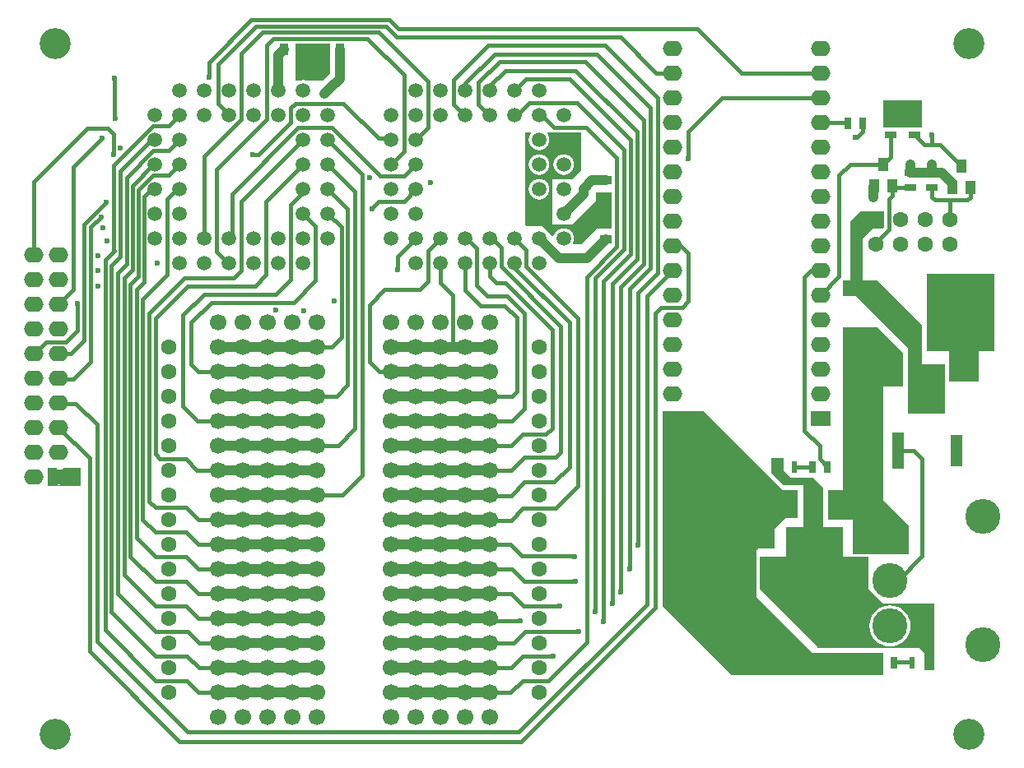
<source format=gtl>
G04*
G04 #@! TF.GenerationSoftware,Altium Limited,Altium Designer,18.1.9 (240)*
G04*
G04 Layer_Physical_Order=1*
G04 Layer_Color=255*
%FSLAX44Y44*%
%MOMM*%
G71*
G01*
G75*
%ADD14R,1.0000X1.4000*%
%ADD15R,0.5000X1.2000*%
%ADD16R,1.3000X0.7000*%
%ADD17R,0.7000X1.3000*%
%ADD18R,7.0000X8.0000*%
%ADD19R,3.5000X1.6000*%
%ADD20R,0.9000X1.3000*%
%ADD21R,1.3000X0.9000*%
%ADD22R,0.9500X2.6000*%
%ADD23R,5.5000X7.1000*%
%ADD42C,1.7000*%
%ADD44C,1.0000*%
%ADD45C,0.4000*%
%ADD46C,0.5000*%
%ADD47C,0.8000*%
%ADD48C,1.6000*%
%ADD49R,3.2000X1.3000*%
%ADD50R,1.3000X3.2000*%
%ADD51R,1.3000X3.7000*%
%ADD52R,2.0000X1.6000*%
%ADD53O,2.0000X1.6000*%
%ADD54C,3.6000*%
%ADD55C,1.5000*%
%ADD56C,3.2000*%
%ADD57C,0.6000*%
G36*
X321310Y718820D02*
X313690Y711200D01*
X296222D01*
X296111Y711246D01*
X293370Y711607D01*
X290629Y711246D01*
X290518Y711200D01*
X285750D01*
Y749282D01*
X321310D01*
Y718820D01*
D02*
G37*
G36*
X929640Y662940D02*
X890270D01*
Y690880D01*
X929640D01*
Y662940D01*
D02*
G37*
G36*
X551180Y657842D02*
X579120D01*
Y618490D01*
X570230Y609600D01*
X562681D01*
X561340Y609776D01*
X560000Y609600D01*
X549910D01*
Y562610D01*
X570230Y562610D01*
X594360Y586740D01*
X594360Y595630D01*
X610852Y595630D01*
Y558800D01*
X595630D01*
X579120Y542290D01*
X571371Y542290D01*
X570706Y543560D01*
X571570Y545645D01*
X571931Y548386D01*
X571570Y551127D01*
X570512Y553681D01*
X568829Y555875D01*
X566636Y557558D01*
X564081Y558616D01*
X561340Y558977D01*
X558599Y558616D01*
X556045Y557558D01*
X553852Y555875D01*
X552169Y553681D01*
X551301Y551586D01*
X549937Y551153D01*
X539750Y561340D01*
X522868Y561340D01*
X521970Y562238D01*
Y657860D01*
X527146D01*
X527773Y656590D01*
X526768Y655281D01*
X525710Y652727D01*
X525350Y649986D01*
X525710Y647245D01*
X526768Y644691D01*
X528452Y642497D01*
X530645Y640814D01*
X533199Y639756D01*
X535940Y639395D01*
X538681Y639756D01*
X541236Y640814D01*
X543429Y642497D01*
X545112Y644691D01*
X546170Y647245D01*
X546531Y649986D01*
X546170Y652727D01*
X545112Y655281D01*
X544108Y656590D01*
X544734Y657860D01*
X551090Y657860D01*
X551180Y657842D01*
D02*
G37*
G36*
X890952Y560752D02*
X889000Y558800D01*
X878840Y558800D01*
X868680Y548640D01*
Y505460D01*
X883920Y505460D01*
X929640Y459740D01*
Y419100D01*
X953770D01*
Y368300D01*
X915670D01*
Y435610D01*
X862330Y488950D01*
X848360D01*
Y505460D01*
X855980D01*
Y566420D01*
X866140Y576580D01*
X890952D01*
Y560752D01*
D02*
G37*
G36*
X988060Y401320D02*
X957580D01*
Y434340D01*
X988060D01*
Y401320D01*
D02*
G37*
G36*
X64770Y293370D02*
X30480D01*
Y312420D01*
X39551D01*
X39804Y311150D01*
X38891Y310772D01*
X37220Y309490D01*
X36204Y308474D01*
X34922Y306803D01*
X34116Y304856D01*
X33841Y302768D01*
X34116Y300680D01*
X34922Y298734D01*
X36204Y297062D01*
X37875Y295780D01*
X39822Y294974D01*
X41910Y294699D01*
X43998Y294974D01*
X44069Y295003D01*
X45776Y295228D01*
X47723Y296034D01*
X49394Y297316D01*
X50676Y298988D01*
X51482Y300934D01*
X51757Y303022D01*
X51482Y305110D01*
X50676Y307057D01*
X49394Y308728D01*
X48632Y309489D01*
X48632Y309490D01*
X46961Y310772D01*
X46048Y311150D01*
X46301Y312420D01*
X64770D01*
Y293370D01*
D02*
G37*
G36*
X787400Y322580D02*
X787400Y309880D01*
X795020Y302260D01*
X817880Y302260D01*
X828040Y292100D01*
Y251460D01*
X848360D01*
Y220980D01*
X856969Y220980D01*
X857349Y220726D01*
X858520Y220493D01*
X874824D01*
X874824Y187443D01*
X889547Y172720D01*
X942340D01*
Y104140D01*
X932180D01*
Y121920D01*
X927100Y127000D01*
X822960D01*
X762519Y187441D01*
X762519Y220980D01*
X789940D01*
Y251460D01*
X807720Y251460D01*
Y294640D01*
X787400Y294640D01*
X774700Y307340D01*
Y322580D01*
X787400Y322580D01*
D02*
G37*
G36*
X910590Y430530D02*
Y396240D01*
X889508D01*
Y278892D01*
X916178Y252222D01*
Y223520D01*
X875132D01*
Y223552D01*
X858520D01*
Y259080D01*
X833120D01*
Y289560D01*
X848360D01*
Y457200D01*
X883920D01*
X910590Y430530D01*
D02*
G37*
G36*
X786384Y289560D02*
X801624D01*
Y260604D01*
X789178D01*
X778002Y249428D01*
X778002Y229108D01*
X761492Y229108D01*
X759460Y227076D01*
X759460Y179324D01*
X816864Y121920D01*
X890270D01*
Y99060D01*
X734060Y99060D01*
X662940Y170180D01*
X662940Y370840D01*
X705104D01*
X786384Y289560D01*
D02*
G37*
%LPC*%
G36*
X561340Y635177D02*
X558599Y634816D01*
X556045Y633758D01*
X553852Y632075D01*
X552169Y629881D01*
X551110Y627327D01*
X550750Y624586D01*
X551110Y621845D01*
X552169Y619291D01*
X553852Y617097D01*
X556045Y615414D01*
X558599Y614356D01*
X561340Y613995D01*
X564081Y614356D01*
X566636Y615414D01*
X568829Y617097D01*
X570512Y619291D01*
X571570Y621845D01*
X571931Y624586D01*
X571570Y627327D01*
X570512Y629881D01*
X568829Y632075D01*
X566636Y633758D01*
X564081Y634816D01*
X561340Y635177D01*
D02*
G37*
G36*
X535940D02*
X533199Y634816D01*
X530645Y633758D01*
X528452Y632075D01*
X526768Y629881D01*
X525710Y627327D01*
X525350Y624586D01*
X525710Y621845D01*
X526768Y619291D01*
X528452Y617097D01*
X530645Y615414D01*
X533199Y614356D01*
X535940Y613995D01*
X538681Y614356D01*
X541236Y615414D01*
X543429Y617097D01*
X545112Y619291D01*
X546170Y621845D01*
X546531Y624586D01*
X546170Y627327D01*
X545112Y629881D01*
X543429Y632075D01*
X541236Y633758D01*
X538681Y634816D01*
X535940Y635177D01*
D02*
G37*
G36*
Y609776D02*
X533199Y609416D01*
X530645Y608358D01*
X528452Y606675D01*
X526768Y604481D01*
X525710Y601927D01*
X525350Y599186D01*
X525710Y596445D01*
X526768Y593891D01*
X528452Y591697D01*
X530645Y590014D01*
X533199Y588956D01*
X535940Y588595D01*
X538681Y588956D01*
X541236Y590014D01*
X543429Y591697D01*
X545112Y593891D01*
X546170Y596445D01*
X546531Y599186D01*
X546170Y601927D01*
X545112Y604481D01*
X543429Y606675D01*
X541236Y608358D01*
X538681Y609416D01*
X535940Y609776D01*
D02*
G37*
G36*
X896824Y170658D02*
X892707Y170252D01*
X888749Y169051D01*
X885101Y167101D01*
X881903Y164477D01*
X879279Y161279D01*
X877329Y157631D01*
X876128Y153673D01*
X875722Y149556D01*
X876128Y145439D01*
X877329Y141481D01*
X879279Y137833D01*
X881903Y134635D01*
X885101Y132011D01*
X888749Y130061D01*
X892707Y128860D01*
X896824Y128454D01*
X900941Y128860D01*
X904899Y130061D01*
X908547Y132011D01*
X911745Y134635D01*
X914369Y137833D01*
X916319Y141481D01*
X917520Y145439D01*
X917926Y149556D01*
X917520Y153673D01*
X916319Y157631D01*
X914369Y161279D01*
X911745Y164477D01*
X908547Y167101D01*
X904899Y169051D01*
X900941Y170252D01*
X896824Y170658D01*
D02*
G37*
%LPD*%
D14*
X960780Y601140D02*
D03*
X979780D02*
D03*
X970280Y623140D02*
D03*
X880516Y602664D02*
D03*
X899516D02*
D03*
X890016Y624664D02*
D03*
D15*
X919124Y111506D02*
D03*
X938124D02*
D03*
X798830Y313182D02*
D03*
X779830D02*
D03*
D16*
X922020Y670820D02*
D03*
Y655320D02*
D03*
X897890Y670820D02*
D03*
Y655320D02*
D03*
X917702Y616334D02*
D03*
Y600834D02*
D03*
X940054Y616080D02*
D03*
Y600580D02*
D03*
D17*
X853180Y666750D02*
D03*
X868680D02*
D03*
X832364Y313182D02*
D03*
X816864D02*
D03*
X885692Y111506D02*
D03*
X901192D02*
D03*
D18*
X969518Y472694D02*
D03*
D19*
X866518Y447694D02*
D03*
Y497694D02*
D03*
D20*
X292710Y742950D02*
D03*
X273710D02*
D03*
X330810D02*
D03*
X311810D02*
D03*
X923036Y408178D02*
D03*
X904036D02*
D03*
X944778D02*
D03*
X963778D02*
D03*
D21*
X604520Y589280D02*
D03*
Y608280D02*
D03*
X865632Y216052D02*
D03*
Y235052D02*
D03*
X770382Y215290D02*
D03*
Y234290D02*
D03*
X604520Y547420D02*
D03*
Y566420D02*
D03*
D22*
X841442Y274876D02*
D03*
X795842D02*
D03*
D23*
X818642Y214376D02*
D03*
D42*
X205740Y55570D02*
D03*
X231140D02*
D03*
X256540D02*
D03*
X281940D02*
D03*
X307340D02*
D03*
X383540D02*
D03*
X408940D02*
D03*
X434340D02*
D03*
X459740D02*
D03*
X485140D02*
D03*
Y461970D02*
D03*
X459740D02*
D03*
X434340D02*
D03*
X408940D02*
D03*
X383540D02*
D03*
X307340D02*
D03*
X281940D02*
D03*
X256540D02*
D03*
X231140D02*
D03*
X205740D02*
D03*
Y436570D02*
D03*
X231140D02*
D03*
X256540D02*
D03*
X281940D02*
D03*
X307340D02*
D03*
X205740Y411170D02*
D03*
X231140D02*
D03*
X256540D02*
D03*
X281940D02*
D03*
X307340D02*
D03*
X205740Y385770D02*
D03*
X231140D02*
D03*
X256540D02*
D03*
X281940D02*
D03*
X307340D02*
D03*
X205740Y360370D02*
D03*
X231140D02*
D03*
X256540D02*
D03*
X281940D02*
D03*
X307340D02*
D03*
X205740Y334970D02*
D03*
X231140D02*
D03*
X256540D02*
D03*
X281940D02*
D03*
X307340D02*
D03*
X205740Y309570D02*
D03*
X231140D02*
D03*
X256540D02*
D03*
X281940D02*
D03*
X307340D02*
D03*
X205740Y284170D02*
D03*
X231140D02*
D03*
X256540D02*
D03*
X281940D02*
D03*
X307340D02*
D03*
X205740Y258770D02*
D03*
X231140D02*
D03*
X256540D02*
D03*
X281940D02*
D03*
X307340D02*
D03*
X205740Y233370D02*
D03*
X231140D02*
D03*
X256540D02*
D03*
X281940D02*
D03*
X307340D02*
D03*
X205740Y207970D02*
D03*
X231140D02*
D03*
X256540D02*
D03*
X281940D02*
D03*
X307340D02*
D03*
X205740Y182570D02*
D03*
X231140D02*
D03*
X256540D02*
D03*
X281940D02*
D03*
X307340D02*
D03*
X205740Y157170D02*
D03*
X231140D02*
D03*
X256540D02*
D03*
X281940D02*
D03*
X307340D02*
D03*
X205740Y131770D02*
D03*
X231140D02*
D03*
X256540D02*
D03*
X281940D02*
D03*
X307340D02*
D03*
X205740Y106370D02*
D03*
X231140D02*
D03*
X256540D02*
D03*
X281940D02*
D03*
X307340D02*
D03*
X205740Y80970D02*
D03*
X231140D02*
D03*
X256540D02*
D03*
X281940D02*
D03*
X307340D02*
D03*
X383540Y436570D02*
D03*
X408940D02*
D03*
X434340D02*
D03*
X459740D02*
D03*
X485140D02*
D03*
X383540Y411170D02*
D03*
X408940D02*
D03*
X434340D02*
D03*
X459740D02*
D03*
X485140D02*
D03*
X383540Y385770D02*
D03*
X408940D02*
D03*
X434340D02*
D03*
X459740D02*
D03*
X485140D02*
D03*
X383540Y360370D02*
D03*
X408940D02*
D03*
X434340D02*
D03*
X459740D02*
D03*
X485140D02*
D03*
X383540Y334970D02*
D03*
X408940D02*
D03*
X434340D02*
D03*
X459740D02*
D03*
X485140D02*
D03*
X383540Y309570D02*
D03*
X408940D02*
D03*
X434340D02*
D03*
X459740D02*
D03*
X485140D02*
D03*
X383540Y284170D02*
D03*
X408940D02*
D03*
X434340D02*
D03*
X459740D02*
D03*
X485140D02*
D03*
X383540Y258770D02*
D03*
X408940D02*
D03*
X434340D02*
D03*
X459740D02*
D03*
X485140D02*
D03*
X383540Y233370D02*
D03*
X408940D02*
D03*
X434340D02*
D03*
X459740D02*
D03*
X485140D02*
D03*
X383540Y207970D02*
D03*
X408940D02*
D03*
X434340D02*
D03*
X459740D02*
D03*
X485140D02*
D03*
X383540Y182570D02*
D03*
X408940D02*
D03*
X434340D02*
D03*
X459740D02*
D03*
X485140D02*
D03*
X383540Y157170D02*
D03*
X408940D02*
D03*
X434340D02*
D03*
X459740D02*
D03*
X485140D02*
D03*
X383540Y131770D02*
D03*
X408940D02*
D03*
X434340D02*
D03*
X459740D02*
D03*
X485140D02*
D03*
X383540Y106370D02*
D03*
X408940D02*
D03*
X434340D02*
D03*
X459740D02*
D03*
X485140D02*
D03*
X383540Y80970D02*
D03*
X408940D02*
D03*
X434340D02*
D03*
X459740D02*
D03*
X485140D02*
D03*
D44*
X447040Y436570D02*
X459740D01*
X434340D02*
X447040D01*
X459740D02*
X485140D01*
X408940D02*
X434340D01*
X383540D02*
X408940D01*
X459740Y411170D02*
X485140D01*
X434340D02*
X459740D01*
X408940D02*
X434340D01*
X383540D02*
X408940D01*
X459740Y385770D02*
X485140D01*
X434340D02*
X459740D01*
X408940D02*
X434340D01*
X383540D02*
X408940D01*
X459740Y360370D02*
X485140D01*
X434340D02*
X459740D01*
X408940D02*
X434340D01*
X383540D02*
X408940D01*
X459740Y334970D02*
X485140D01*
X434340D02*
X459740D01*
X408940D02*
X434340D01*
X383540D02*
X408940D01*
X459740Y309570D02*
X485140D01*
X434340D02*
X459740D01*
X408940D02*
X434340D01*
X383540D02*
X408940D01*
X459740Y284170D02*
X485140D01*
X434340D02*
X459740D01*
X408940D02*
X434340D01*
X383540D02*
X408940D01*
X459740Y258770D02*
X485140D01*
X434340D02*
X459740D01*
X408940D02*
X434340D01*
X383540D02*
X408940D01*
X459740Y233370D02*
X485140D01*
X434340D02*
X459740D01*
X408940D02*
X434340D01*
X383540D02*
X408940D01*
X459740Y207970D02*
X485140D01*
X434340D02*
X459740D01*
X408940D02*
X434340D01*
X383540D02*
X408940D01*
X459740Y182570D02*
X485140D01*
X434340D02*
X459740D01*
X408940D02*
X434340D01*
X383540D02*
X408940D01*
X459740Y157170D02*
X485140D01*
X434340D02*
X459740D01*
X408940D02*
X434340D01*
X383540D02*
X408940D01*
X459740Y131770D02*
X485140D01*
X434340D02*
X459740D01*
X408940D02*
X434340D01*
X383540D02*
X408940D01*
X459740Y106370D02*
X485140D01*
X434340D02*
X459740D01*
X408940D02*
X434340D01*
X383540D02*
X408940D01*
X459740Y80970D02*
X485140D01*
X434340D02*
X459740D01*
X408940D02*
X434340D01*
X383540D02*
X408940D01*
X205740Y436570D02*
X231140D01*
X281940D02*
X307340D01*
X256540D02*
X281940D01*
X231140D02*
X256540D01*
X205740Y411170D02*
X231140D01*
X281940D02*
X307340D01*
X256540D02*
X281940D01*
X231140D02*
X256540D01*
X281940Y385770D02*
X307340D01*
X256540D02*
X281940D01*
X231140D02*
X256540D01*
X205740D02*
X231140D01*
X281940Y360370D02*
X307340D01*
X256540D02*
X281940D01*
X231140D02*
X256540D01*
X205740D02*
X231140D01*
X281940Y334970D02*
X307340D01*
X256540D02*
X281940D01*
X231140D02*
X256540D01*
X205740D02*
X231140D01*
X281940Y309570D02*
X307340D01*
X256540D02*
X281940D01*
X231140D02*
X256540D01*
X205740D02*
X231140D01*
X281940Y284170D02*
X307340D01*
X256540D02*
X281940D01*
X231140D02*
X256540D01*
X205740D02*
X231140D01*
X281940Y258770D02*
X307340D01*
X256540D02*
X281940D01*
X231140D02*
X256540D01*
X205740D02*
X231140D01*
X281940Y233370D02*
X307340D01*
X256540D02*
X281940D01*
X231140D02*
X256540D01*
X205740D02*
X231140D01*
X281940Y207970D02*
X307340D01*
X256540D02*
X281940D01*
X231140D02*
X256540D01*
X205740D02*
X231140D01*
X281940Y182570D02*
X307340D01*
X256540D02*
X281940D01*
X231140D02*
X256540D01*
X205740D02*
X231140D01*
X281940Y157170D02*
X307340D01*
X256540D02*
X281940D01*
X231140D02*
X256540D01*
X205740D02*
X231140D01*
X281940Y131770D02*
X307340D01*
X256540D02*
X281940D01*
X231140D02*
X256540D01*
X205740D02*
X231140D01*
X281940Y106370D02*
X307340D01*
X256540D02*
X281940D01*
X231140D02*
X256540D01*
X205740D02*
X231140D01*
X281940Y80970D02*
X307340D01*
X256540D02*
X281940D01*
X231140D02*
X256540D01*
X205740D02*
X231140D01*
X949830Y616080D02*
X960780Y605130D01*
Y601140D02*
Y605130D01*
X940054Y616080D02*
X949830D01*
X963778Y466954D02*
X969518Y472694D01*
X917702Y616334D02*
X939800D01*
X940054Y616080D01*
X939800Y616334D02*
Y624840D01*
X917702Y616334D02*
X918210Y616842D01*
Y624840D01*
X880110Y602258D02*
X880516Y602664D01*
X880110Y590550D02*
Y602258D01*
X42926Y303784D02*
X43688Y303022D01*
X41910Y302768D02*
X42926Y303784D01*
X321334Y703580D02*
X330810Y713056D01*
X314984Y697230D02*
X321334Y703580D01*
X585420Y528320D02*
X604520Y547420D01*
X556006Y528320D02*
X585420D01*
X535940Y548386D02*
X556006Y528320D01*
X590500Y608280D02*
X604520D01*
X581660Y599440D02*
X590500Y608280D01*
X581660Y594106D02*
Y599440D01*
X561340Y573786D02*
X581660Y594106D01*
X330810Y713056D02*
Y742950D01*
X267970Y737210D02*
X273710Y742950D01*
X267970Y701016D02*
Y737210D01*
X825500Y439420D02*
X828040Y436880D01*
D45*
X447240Y436770D02*
Y489950D01*
X434340Y502850D02*
X447240Y489950D01*
X447040Y436570D02*
X447240Y436770D01*
X434340Y502850D02*
Y522986D01*
X512826Y390776D02*
Y466852D01*
X520836Y373460D02*
Y471288D01*
X507746Y360370D02*
X520836Y373460D01*
X503174Y488950D02*
X520836Y471288D01*
X507622Y385572D02*
X512826Y390776D01*
X500380Y479298D02*
X512826Y466852D01*
X371658Y411170D02*
X383540D01*
X485140Y385572D02*
X507622D01*
X485140Y360370D02*
X507746D01*
X485140Y334970D02*
X507238D01*
X485140Y309570D02*
X507436D01*
X485140Y283718D02*
X507238D01*
X485140Y258318D02*
X506984D01*
X485140Y233370D02*
X506024D01*
X485140Y207970D02*
X508310D01*
X485140Y182570D02*
X506848D01*
X485140Y155194D02*
X516890D01*
X485140Y131770D02*
X509722D01*
X485140Y106370D02*
X507182D01*
X485140Y80970D02*
X506730D01*
X307340Y437134D02*
X322834D01*
X254848D02*
X256540D01*
X339090Y397510D02*
Y579096D01*
X346710Y353220D02*
Y596876D01*
X327914Y386334D02*
X339090Y397510D01*
X318770Y599416D02*
X339090Y579096D01*
X329024Y335534D02*
X346710Y353220D01*
X318770Y624816D02*
X346710Y596876D01*
X354330Y305054D02*
Y614656D01*
X334010Y284734D02*
X354330Y305054D01*
X361696Y421132D02*
X371658Y411170D01*
X361696Y421132D02*
Y480314D01*
X185674Y411170D02*
X205740D01*
X169672Y375666D02*
Y469900D01*
Y375666D02*
X184968Y360370D01*
X169672Y469900D02*
X191008Y491236D01*
X307340Y386334D02*
X327914D01*
X254848D02*
X256540D01*
X184968Y360370D02*
X205740D01*
X307340Y335534D02*
X329024D01*
X254848D02*
X256540D01*
X184150Y310134D02*
X205740D01*
X307340Y284734D02*
X334010D01*
X185166Y258770D02*
X205740D01*
X185166Y233370D02*
X205740D01*
X185166Y207970D02*
X205740D01*
X185420Y182570D02*
X205740D01*
X185166Y157170D02*
X205740D01*
X186492Y131770D02*
X205740D01*
X185928Y106370D02*
X205740D01*
X185420Y80772D02*
X205740D01*
X515032Y40560D02*
X646494Y172022D01*
X517652Y30480D02*
X655320Y168148D01*
X174070Y40560D02*
X515032D01*
X646494Y172022D02*
Y489013D01*
X166116Y30480D02*
X517652D01*
X655320Y168148D02*
Y471170D01*
X81280Y133350D02*
X174070Y40560D01*
X73406Y123190D02*
X166116Y30480D01*
X567055Y313055D02*
Y461899D01*
X510540Y518414D02*
X567055Y461899D01*
X510540Y518414D02*
Y522986D01*
X558228Y328358D02*
Y458279D01*
X497078Y519430D02*
X558228Y458279D01*
X497078Y519430D02*
Y539242D01*
X549402Y353320D02*
Y454660D01*
X501272Y502790D02*
X549402Y454660D01*
X491620Y502790D02*
X501272D01*
X482600Y488950D02*
X503174D01*
X487934Y548386D02*
X497078Y539242D01*
X363728Y579882D02*
X370840Y586994D01*
X363728Y578612D02*
Y579882D01*
X573574Y721614D02*
X636524Y658664D01*
X500888Y721614D02*
X573574D01*
X485140Y705866D02*
X500888Y721614D01*
X583523Y730504D02*
X643636Y670391D01*
X495046Y730504D02*
X583523D01*
X473640Y709098D02*
X495046Y730504D01*
X489839Y738505D02*
X594995D01*
X459740Y708406D02*
X489839Y738505D01*
X594995D02*
X650494Y683006D01*
X603504Y747776D02*
X657860Y693420D01*
X483870Y747776D02*
X603504D01*
X448240Y712146D02*
X483870Y747776D01*
X459740Y700786D02*
Y708406D01*
X485140Y700786D02*
Y705866D01*
X522224Y712470D02*
X567690D01*
X510540Y700786D02*
X522224Y712470D01*
X473640Y686886D02*
Y709098D01*
X636524Y527050D02*
Y658664D01*
X629920Y532130D02*
Y650240D01*
X567690Y712470D02*
X629920Y650240D01*
X643636Y522478D02*
Y670391D01*
X650494Y518414D02*
Y683006D01*
X657860Y513080D02*
Y693420D01*
X637667Y492887D02*
X657860Y513080D01*
X459740Y700786D02*
Y704850D01*
X619548Y755862D02*
X656590Y718820D01*
X389678Y755862D02*
X619548D01*
X378460Y767080D02*
X389678Y755862D01*
X243586Y499618D02*
X255270Y511302D01*
X174498Y499618D02*
X243586D01*
X141098Y466218D02*
X174498Y499618D01*
X265176Y491236D02*
X280416Y506476D01*
X191008Y491236D02*
X265176D01*
X283464Y482854D02*
X306070Y505460D01*
X198628Y482854D02*
X283464D01*
X178054Y462280D02*
X198628Y482854D01*
X628840Y496760D02*
X650494Y518414D01*
X620014Y498856D02*
X643636Y522478D01*
X611124Y501650D02*
X636524Y527050D01*
X593954Y507594D02*
X623570Y537210D01*
X593535Y507594D02*
X593954D01*
X584708Y508508D02*
X615950Y539750D01*
X602361Y504571D02*
X629920Y532130D01*
X611124Y172466D02*
Y501650D01*
X584708Y132490D02*
Y508508D01*
X602361Y504571D02*
X602361Y153720D01*
X620014Y498856D02*
X620014Y184404D01*
X628840Y208534D02*
Y496760D01*
X584708Y132490D02*
X584708Y132490D01*
X575882Y293941D02*
Y466130D01*
X552710Y270770D02*
X575882Y293941D01*
X551570Y297570D02*
X567055Y313055D01*
X521090Y297570D02*
X551570D01*
X552840Y322970D02*
X558228Y328358D01*
X520836Y322970D02*
X552840D01*
X543052Y346970D02*
X549402Y353320D01*
X519238Y346970D02*
X543052D01*
X518024Y221370D02*
X571618D01*
X637667Y232410D02*
Y492887D01*
X646494Y489013D02*
X673100Y515620D01*
X655320Y471170D02*
X661670Y477520D01*
X557022Y169926D02*
X557276D01*
X572516Y195834D02*
X573024Y195326D01*
X522040Y519971D02*
X575882Y466130D01*
X593535Y164084D02*
Y507594D01*
X545436Y93218D02*
X584708Y132490D01*
X361696Y480314D02*
X377190Y495808D01*
X413004D02*
X421640Y504444D01*
X377190Y495808D02*
X413004D01*
X129470Y503866D02*
Y592004D01*
X121786Y496182D02*
X129470Y503866D01*
X121786Y239996D02*
Y496182D01*
X123470Y509550D02*
Y598180D01*
X115349Y501429D02*
X123470Y509550D01*
X115349Y221033D02*
Y501429D01*
X105410Y530098D02*
Y618236D01*
X96037Y520725D02*
X105410Y530098D01*
X96037Y164144D02*
Y520725D01*
X111410Y522128D02*
Y611520D01*
X102474Y513192D02*
X111410Y522128D01*
X102474Y183107D02*
Y513192D01*
X108912Y507946D02*
X117410Y516444D01*
X108912Y202070D02*
Y507946D01*
X117410Y516444D02*
Y603074D01*
X98440Y536052D02*
Y622882D01*
Y536052D02*
X98846Y535646D01*
X89600Y526400D02*
X98846Y535646D01*
X89600Y145182D02*
Y526400D01*
X115349Y221033D02*
X141098Y195284D01*
X59690Y378460D02*
X81280Y356870D01*
Y133350D02*
Y356870D01*
X41910Y353568D02*
X73406Y322072D01*
Y123190D02*
Y322072D01*
X121786Y239996D02*
X141288Y220493D01*
X128223Y485746D02*
X153670Y511193D01*
X128223Y258958D02*
Y485746D01*
Y258958D02*
X141312Y245870D01*
X134660Y471210D02*
X171450Y508000D01*
X134660Y277921D02*
Y471210D01*
Y277921D02*
X141310Y271272D01*
X172664D01*
X96037Y164144D02*
X141521Y118661D01*
X102474Y183107D02*
X141394Y144188D01*
X108912Y202070D02*
X141310Y169672D01*
X141098Y326516D02*
X145796Y321818D01*
X141098Y326516D02*
Y466218D01*
X255270Y511302D02*
Y586716D01*
X280416Y506476D02*
Y583106D01*
X178054Y418790D02*
Y462280D01*
Y418790D02*
X185674Y411170D01*
X521970Y144018D02*
X575818D01*
X509722Y131770D02*
X521970Y144018D01*
X519182Y118370D02*
X550158D01*
X518922Y93218D02*
X545436D01*
X471424Y500126D02*
X482600Y488950D01*
X475742Y479298D02*
X500380D01*
X459740Y495300D02*
X475742Y479298D01*
X421640Y504444D02*
Y535686D01*
X172664Y271272D02*
X185166Y258770D01*
X518922Y93162D02*
Y93218D01*
X506730Y80970D02*
X518922Y93162D01*
X507182Y106370D02*
X519182Y118370D01*
X550158D02*
X550164Y118364D01*
X556768Y169672D02*
X557022Y169926D01*
X519746Y169672D02*
X556768D01*
X506848Y182570D02*
X519746Y169672D01*
X520446Y195834D02*
X572516D01*
X508310Y207970D02*
X520446Y195834D01*
X571754Y221234D02*
X572008D01*
X571618Y221370D02*
X571754Y221234D01*
X506024Y233370D02*
X518024Y221370D01*
X506984Y258318D02*
X519436Y270770D01*
X552710D01*
X507238Y283718D02*
X521090Y297570D01*
X507436Y309570D02*
X520836Y322970D01*
X507238Y334970D02*
X519238Y346970D01*
X318770Y650216D02*
X354330Y614656D01*
X145796Y321818D02*
X172466D01*
X184150Y310134D01*
X141312Y245870D02*
X172666D01*
X185166Y233370D01*
X141288Y220493D02*
X172643D01*
X185166Y207970D01*
X141098Y195284D02*
X172706D01*
X185420Y182570D01*
X141310Y169672D02*
X172664D01*
X185166Y157170D01*
X141824Y92970D02*
X173222D01*
X185420Y80772D01*
X141818Y92964D02*
X141824Y92970D01*
X141521Y118661D02*
X173637D01*
X185928Y106370D01*
X174074Y144188D02*
X186492Y131770D01*
X141394Y144188D02*
X174074D01*
X89600Y145182D02*
X141818Y92964D01*
X929894Y221742D02*
Y321310D01*
X904708Y196556D02*
X929894Y221742D01*
X896824Y196556D02*
X904708D01*
X921004Y330200D02*
X929894Y321310D01*
X815594Y515620D02*
X825500D01*
X808736Y508762D02*
X815594Y515620D01*
X808736Y350774D02*
Y508762D01*
Y350774D02*
X824364Y335146D01*
X948260Y645160D02*
X970280Y623140D01*
X939800Y645160D02*
X948260D01*
X932180D02*
X939800D01*
X922020Y655320D02*
Y655320D01*
Y655320D02*
X932180Y645160D01*
X959104Y588010D02*
X976630D01*
X942848D02*
X959104D01*
X979780Y591160D02*
Y601140D01*
X976630Y588010D02*
X979780Y591160D01*
X896050Y557468D02*
Y589280D01*
X899516Y592746D01*
Y602664D01*
X882650Y544068D02*
X896050Y557468D01*
X855804Y624664D02*
X890016D01*
X844550Y613410D02*
X855804Y624664D01*
X844550Y509270D02*
Y613410D01*
X901192Y111506D02*
X901954Y112268D01*
X919378D01*
X868680Y658622D02*
Y666750D01*
X862838Y652780D02*
X868680Y658622D01*
X861314Y652780D02*
X862838D01*
X905200Y330200D02*
X921004D01*
X940054Y590804D02*
Y600580D01*
Y590804D02*
X942848Y588010D01*
X958850Y587756D02*
X959104Y588010D01*
X958850Y567690D02*
Y587756D01*
X824364Y321182D02*
Y335146D01*
Y321182D02*
X832364Y313182D01*
X844550Y509270D02*
X844550D01*
X825500Y490220D02*
X844550Y509270D01*
X882650Y542290D02*
Y544068D01*
X901346Y600834D02*
X917702D01*
X897890Y632538D02*
Y655320D01*
X890016Y624664D02*
X897890Y632538D01*
X939800Y645160D02*
Y655320D01*
X798830Y313182D02*
X816864D01*
X67960Y563230D02*
X90246Y585516D01*
X171450Y508000D02*
X222250D01*
X459740Y495300D02*
Y522986D01*
X485140Y509270D02*
X491620Y502790D01*
X522040Y519971D02*
Y536886D01*
X510540Y548386D02*
X522040Y536886D01*
X74930Y421640D02*
Y560046D01*
X57150Y403860D02*
X74930Y421640D01*
X67960Y443880D02*
Y563230D01*
X53848Y429768D02*
X67960Y443880D01*
X41910Y429768D02*
X53848D01*
X28702Y441960D02*
X49530D01*
X74930Y560046D02*
X85622Y570738D01*
X689356Y658876D02*
X723900Y693420D01*
X689356Y630428D02*
Y658876D01*
X390652Y530098D02*
X408940Y548386D01*
X390652Y516128D02*
Y530098D01*
X370840Y586994D02*
X396748D01*
X92710Y661670D02*
X98298Y656082D01*
Y635000D02*
Y656082D01*
X98259Y623769D02*
X138607Y664116D01*
X98259Y623062D02*
Y623769D01*
X154870Y613316D02*
X166370Y624816D01*
X154870Y638716D02*
X166370Y650216D01*
X154870Y664116D02*
X166370Y675616D01*
X138607Y664116D02*
X154870D01*
X138607Y638716D02*
X154870D01*
X111410Y611520D02*
X138607Y638716D01*
Y613316D02*
X154870D01*
X123470Y598180D02*
X138607Y613316D01*
X117410Y603074D02*
X139152Y624816D01*
X137390Y650216D02*
X140970D01*
X105410Y618236D02*
X137390Y650216D01*
X98259Y623062D02*
X98440Y622882D01*
X85622Y570738D02*
X85646D01*
X129470Y592004D02*
X136882Y599416D01*
X153670Y511193D02*
Y589280D01*
X139152Y624816D02*
X140970D01*
X136882Y599416D02*
X140970D01*
X280416Y583106D02*
X293370Y596060D01*
Y574016D02*
X306070Y561316D01*
Y505460D02*
Y561316D01*
X318770Y574016D02*
X332486Y560300D01*
Y446786D02*
Y560300D01*
X322834Y437134D02*
X332486Y446786D01*
X461264Y548386D02*
X471424Y538226D01*
Y500126D02*
Y538226D01*
X396748Y586994D02*
X408940Y599186D01*
X397440Y613086D02*
X408940Y624586D01*
X372164Y613086D02*
X397440D01*
X287782Y662432D02*
X322818D01*
X372164Y613086D01*
X219860Y594510D02*
X287782Y662432D01*
X280670Y683260D02*
X284988Y687578D01*
X280670Y668020D02*
Y683260D01*
X247650Y635000D02*
X280670Y668020D01*
X334772Y687578D02*
X370840Y651510D01*
X284988Y687578D02*
X334772D01*
X196342Y729996D02*
X239950Y773604D01*
X196342Y714502D02*
Y729996D01*
X205670Y687116D02*
X217170Y675616D01*
X205670Y687116D02*
Y727640D01*
X245110Y767080D01*
X229362Y738632D02*
X251460Y760730D01*
X229362Y670892D02*
Y738632D01*
X191770Y633300D02*
X229362Y670892D01*
X255778Y747348D02*
X262810Y754380D01*
X255778Y671068D02*
Y747348D01*
X204470Y619760D02*
X255778Y671068D01*
X245110Y767080D02*
X378460D01*
X473640Y686886D02*
X485140Y675386D01*
X448240Y686886D02*
Y712146D01*
Y686886D02*
X459740Y675386D01*
X57150Y622300D02*
X86360Y651510D01*
X57150Y495808D02*
Y622300D01*
X41910Y480568D02*
X57150Y495808D01*
X689610Y483870D02*
Y532892D01*
X683260Y477520D02*
X689610Y483870D01*
X661670Y477520D02*
X683260D01*
X681482Y541020D02*
X689610Y532892D01*
X239950Y773604D02*
X382096D01*
X391160Y764540D01*
X525780Y688340D02*
X575310D01*
X512826Y675386D02*
X525780Y688340D01*
X510540Y675386D02*
X512826D01*
X673100Y541020D02*
X681482D01*
X99060Y673100D02*
Y713740D01*
Y673100D02*
X100330Y671830D01*
X851910Y668020D02*
X853180Y666750D01*
X825500Y668020D02*
X851910D01*
X359410Y754380D02*
X397150Y716640D01*
X262810Y754380D02*
X359410D01*
X251460Y760730D02*
X370840D01*
X391160Y764540D02*
X698500D01*
X370840Y760730D02*
X421640Y709930D01*
Y662686D02*
Y709930D01*
X397150Y638195D02*
Y716640D01*
X623570Y537210D02*
Y640080D01*
X615950Y539750D02*
Y631190D01*
X485140Y509270D02*
Y522986D01*
X575310Y688340D02*
X623570Y640080D01*
X584200Y662940D02*
X615950Y631190D01*
X698500Y764540D02*
X744220Y718820D01*
X656590D02*
X673100D01*
X744220D02*
X825500D01*
X241300Y635000D02*
X247650D01*
X204470Y534670D02*
Y619760D01*
Y534670D02*
X215924Y523216D01*
X219860Y551306D02*
Y594510D01*
X217170Y548616D02*
X219860Y551306D01*
X191770Y548616D02*
Y633300D01*
X215924Y523216D02*
X217170D01*
X222250Y508000D02*
X229870Y515620D01*
X538734Y675386D02*
X551180Y662940D01*
X584200D01*
X535940Y675386D02*
X538734D01*
X723900Y693420D02*
X825500D01*
X16510Y429768D02*
X28702Y441960D01*
X60960Y453390D02*
Y481330D01*
X49530Y441960D02*
X60960Y453390D01*
X229870Y586716D02*
X293370Y650216D01*
X229870Y515620D02*
Y586716D01*
X71120Y661670D02*
X92710D01*
X16510Y531368D02*
Y607060D01*
X71120Y661670D01*
X41910Y378968D02*
X42418Y378460D01*
X59690D01*
X383540Y624586D02*
X397150Y638195D01*
X382016Y651510D02*
X383540Y649986D01*
X370840Y651510D02*
X382016D01*
X41910Y404368D02*
X42418Y403860D01*
X57150D01*
X408940Y649986D02*
X421640Y662686D01*
X163806Y599416D02*
X166370D01*
X153670Y589280D02*
X163806Y599416D01*
X255270Y586716D02*
X293370Y624816D01*
Y596060D02*
Y599416D01*
X485140Y548386D02*
X487934D01*
X459740D02*
X461264D01*
X421640Y535686D02*
X434340Y548386D01*
D46*
X383540Y80772D02*
Y80970D01*
X254848Y335534D02*
X254848D01*
X254848D02*
X254848Y335534D01*
D47*
X330810Y713056D02*
X331470Y713716D01*
X330810Y742950D02*
X331470Y742290D01*
Y713716D02*
Y742290D01*
D48*
X154940Y436570D02*
D03*
Y411170D02*
D03*
Y385770D02*
D03*
Y360370D02*
D03*
Y334970D02*
D03*
Y309570D02*
D03*
Y284170D02*
D03*
Y258770D02*
D03*
Y233370D02*
D03*
Y207970D02*
D03*
Y182570D02*
D03*
Y157170D02*
D03*
Y131770D02*
D03*
Y106370D02*
D03*
Y80970D02*
D03*
X535940D02*
D03*
Y106370D02*
D03*
Y131770D02*
D03*
Y157170D02*
D03*
Y182570D02*
D03*
Y207970D02*
D03*
Y233370D02*
D03*
Y258770D02*
D03*
Y284170D02*
D03*
Y309570D02*
D03*
Y334970D02*
D03*
Y360370D02*
D03*
Y385770D02*
D03*
Y411170D02*
D03*
Y436570D02*
D03*
X882650Y542290D02*
D03*
X908050D02*
D03*
X933450D02*
D03*
X958850D02*
D03*
Y567690D02*
D03*
X933450D02*
D03*
X908050D02*
D03*
X882650D02*
D03*
D49*
X935200Y377200D02*
D03*
D50*
X965200Y330200D02*
D03*
D51*
X905200D02*
D03*
D52*
X41910Y302768D02*
D03*
X825500Y363220D02*
D03*
D53*
X41910Y328168D02*
D03*
Y353568D02*
D03*
Y378968D02*
D03*
Y404368D02*
D03*
Y429768D02*
D03*
Y455168D02*
D03*
Y480568D02*
D03*
Y505968D02*
D03*
Y531368D02*
D03*
X16510Y302768D02*
D03*
Y328168D02*
D03*
Y353568D02*
D03*
Y378968D02*
D03*
Y404368D02*
D03*
Y429768D02*
D03*
Y455168D02*
D03*
Y480568D02*
D03*
Y505968D02*
D03*
Y531368D02*
D03*
X825500Y744220D02*
D03*
X673100D02*
D03*
Y718820D02*
D03*
Y693420D02*
D03*
Y668020D02*
D03*
Y642620D02*
D03*
Y617220D02*
D03*
Y591820D02*
D03*
Y566420D02*
D03*
Y541020D02*
D03*
Y515620D02*
D03*
Y490220D02*
D03*
Y464820D02*
D03*
Y439420D02*
D03*
Y414020D02*
D03*
Y388620D02*
D03*
Y363220D02*
D03*
X825500Y718820D02*
D03*
Y693420D02*
D03*
Y668020D02*
D03*
Y642620D02*
D03*
Y617220D02*
D03*
Y591820D02*
D03*
Y566420D02*
D03*
Y541020D02*
D03*
Y515620D02*
D03*
Y490220D02*
D03*
Y464820D02*
D03*
Y439420D02*
D03*
Y414020D02*
D03*
Y388620D02*
D03*
D54*
X896824Y243556D02*
D03*
Y149556D02*
D03*
X992124Y262556D02*
D03*
Y130556D02*
D03*
X896824Y196556D02*
D03*
D55*
X318770Y548616D02*
D03*
Y574016D02*
D03*
Y599416D02*
D03*
Y624816D02*
D03*
Y650216D02*
D03*
Y675616D02*
D03*
X293370Y523216D02*
D03*
Y548616D02*
D03*
Y574016D02*
D03*
Y599416D02*
D03*
Y624816D02*
D03*
Y650216D02*
D03*
Y675616D02*
D03*
Y701016D02*
D03*
X267970Y523216D02*
D03*
Y548616D02*
D03*
Y675616D02*
D03*
Y701016D02*
D03*
X242570Y523216D02*
D03*
Y548616D02*
D03*
Y675616D02*
D03*
Y701016D02*
D03*
X217170Y523216D02*
D03*
Y548616D02*
D03*
Y675616D02*
D03*
Y701016D02*
D03*
X191770Y523216D02*
D03*
Y548616D02*
D03*
Y675616D02*
D03*
Y701016D02*
D03*
X166370Y523216D02*
D03*
Y548616D02*
D03*
Y574016D02*
D03*
Y599416D02*
D03*
Y624816D02*
D03*
Y650216D02*
D03*
Y675616D02*
D03*
Y701016D02*
D03*
X140970Y548616D02*
D03*
Y574016D02*
D03*
Y599416D02*
D03*
Y624816D02*
D03*
Y650216D02*
D03*
Y675616D02*
D03*
X408940Y522986D02*
D03*
X434340D02*
D03*
X459740D02*
D03*
X485140D02*
D03*
X510540D02*
D03*
X535940D02*
D03*
X383540Y548386D02*
D03*
X408940D02*
D03*
X434340D02*
D03*
X459740D02*
D03*
X485140D02*
D03*
X510540D02*
D03*
X535940D02*
D03*
X561340D02*
D03*
X383540Y573786D02*
D03*
X408940D02*
D03*
X535940D02*
D03*
X561340D02*
D03*
X383540Y599186D02*
D03*
X408940D02*
D03*
X535940D02*
D03*
X561340D02*
D03*
X383540Y624586D02*
D03*
X408940D02*
D03*
X535940D02*
D03*
X561340D02*
D03*
X383540Y649986D02*
D03*
X408940D02*
D03*
X535940D02*
D03*
X561340D02*
D03*
X383540Y675386D02*
D03*
X408940D02*
D03*
X434340D02*
D03*
X459740D02*
D03*
X485140D02*
D03*
X510540D02*
D03*
X535940D02*
D03*
X561340D02*
D03*
X408940Y700786D02*
D03*
X434340D02*
D03*
X459740D02*
D03*
X485140D02*
D03*
X510540D02*
D03*
X535940D02*
D03*
D56*
X38100Y749300D02*
D03*
Y38100D02*
D03*
X977900Y749300D02*
D03*
Y38100D02*
D03*
D57*
X363728Y578612D02*
D03*
X86868Y559562D02*
D03*
X611124Y172466D02*
D03*
X628840Y208534D02*
D03*
X620014Y184404D02*
D03*
X637667Y232410D02*
D03*
X557276Y169926D02*
D03*
X573024Y195326D02*
D03*
X593535Y164084D02*
D03*
X602361Y153720D02*
D03*
X516890Y155194D02*
D03*
X576326Y144018D02*
D03*
X550164Y118364D02*
D03*
X572008Y221234D02*
D03*
X969518Y472694D02*
D03*
X952500Y452120D02*
D03*
X988060D02*
D03*
Y495300D02*
D03*
X952500D02*
D03*
X918210Y624840D02*
D03*
X939800D02*
D03*
X880110Y590550D02*
D03*
X817880Y200660D02*
D03*
X835660Y210820D02*
D03*
X800100D02*
D03*
Y190500D02*
D03*
X835660D02*
D03*
X861314Y652780D02*
D03*
X82042Y499110D02*
D03*
X90246Y585516D02*
D03*
X265176Y474980D02*
D03*
X294132Y473964D02*
D03*
X689356Y630428D02*
D03*
X390652Y516128D02*
D03*
X267716Y727202D02*
D03*
X98298Y635000D02*
D03*
X85622Y570738D02*
D03*
X91440Y546100D02*
D03*
X196342Y714502D02*
D03*
X939800Y655320D02*
D03*
X60452Y303022D02*
D03*
X580898Y592328D02*
D03*
X573024Y585470D02*
D03*
X548894Y535178D02*
D03*
X556006Y528320D02*
D03*
X896620Y684530D02*
D03*
X910590D02*
D03*
X923290D02*
D03*
X99060Y713740D02*
D03*
X100330Y671830D02*
D03*
X241300Y635000D02*
D03*
X424180Y605790D02*
D03*
X321334Y703580D02*
D03*
X314984Y697230D02*
D03*
X314960Y727710D02*
D03*
X303530D02*
D03*
X293370D02*
D03*
X60960Y481330D02*
D03*
X105410Y641350D02*
D03*
X325120Y483870D02*
D03*
X361950Y610870D02*
D03*
X143510Y523240D02*
D03*
X82550Y530860D02*
D03*
X86360Y651510D02*
D03*
X82550Y515620D02*
D03*
M02*

</source>
